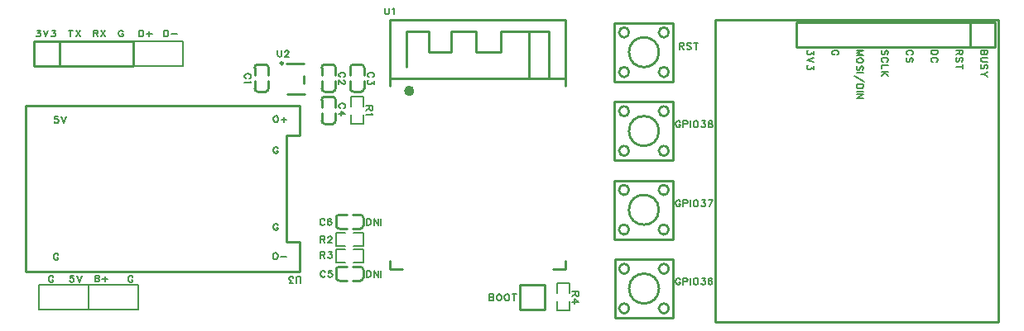
<source format=gto>
G04 Layer: TopSilkscreenLayer*
G04 EasyEDA Pro v2.0.25.bcaee6, 2025-12-15 15:41:01*
G04 Gerber Generator version 0.3*
G04 Scale: 100 percent, Rotated: No, Reflected: No*
G04 Dimensions in millimeters*
G04 Leading zeros omitted, absolute positions, 3 integers and 3 decimals*
%FSLAX33Y33*%
%MOMM*%
%ADD10C,0.152*%
%ADD11C,0.152*%
%ADD12C,0.254*%
%ADD13C,0.203*%
%ADD14C,0.203*%
G75*


G04 Text Start*
G04 //text: G*
G54D10*
G01X2827Y-91415D02*
G01X2797Y-91351D01*
G01X2733Y-91290D01*
G01X2672Y-91260D01*
G01X2548D01*
G01X2487Y-91290D01*
G01X2423Y-91351D01*
G01X2393Y-91415D01*
G01X2362Y-91506D01*
G01Y-91661D01*
G01X2393Y-91755D01*
G01X2423Y-91816D01*
G01X2487Y-91879D01*
G01X2548Y-91910D01*
G01X2672D01*
G01X2733Y-91879D01*
G01X2797Y-91816D01*
G01X2827Y-91755D01*
G01Y-91661D01*
G01X2672Y-91661D02*
G01X2827Y-91661D01*
G04 //text: 5V*
G01X4892Y-91260D02*
G01X4582Y-91260D01*
G01X4552Y-91537D01*
G01X4582Y-91506D01*
G01X4676Y-91476D01*
G01X4768D01*
G01X4862Y-91506D01*
G01X4923Y-91570D01*
G01X4956Y-91661D01*
G01Y-91724D01*
G01X4923Y-91816D01*
G01X4862Y-91879D01*
G01X4768Y-91910D01*
G01X4676D01*
G01X4582Y-91879D01*
G01X4552Y-91846D01*
G01X4521Y-91785D01*
G01X5255Y-91260D02*
G01X5504Y-91910D01*
G01X5751Y-91260D02*
G01X5504Y-91910D01*
G04 //text: B+*
G01X7089Y-91236D02*
G01X7089Y-91886D01*
G01X7089Y-91236D02*
G01X7369Y-91236D01*
G01X7460Y-91267D01*
G01X7490Y-91297D01*
G01X7523Y-91358D01*
G01Y-91421D01*
G01X7490Y-91482D01*
G01X7460Y-91513D01*
G01X7369Y-91546D01*
G01X7089Y-91546D02*
G01X7369Y-91546D01*
G01X7460Y-91576D01*
G01X7490Y-91607D01*
G01X7523Y-91668D01*
G01Y-91762D01*
G01X7490Y-91823D01*
G01X7460Y-91856D01*
G01X7369Y-91886D01*
G01X7089D01*
G01X8103Y-91328D02*
G01X8103Y-91886D01*
G01X7823Y-91607D02*
G01X8379Y-91607D01*
G04 //text: G*
G01X10955Y-91415D02*
G01X10925Y-91351D01*
G01X10861Y-91290D01*
G01X10800Y-91260D01*
G01X10676D01*
G01X10615Y-91290D01*
G01X10551Y-91351D01*
G01X10521Y-91415D01*
G01X10490Y-91506D01*
G01Y-91661D01*
G01X10521Y-91755D01*
G01X10551Y-91816D01*
G01X10615Y-91879D01*
G01X10676Y-91910D01*
G01X10800D01*
G01X10861Y-91879D01*
G01X10925Y-91816D01*
G01X10955Y-91755D01*
G01Y-91661D01*
G01X10800Y-91661D02*
G01X10955Y-91661D01*
G04 //text: O+*
G01X25535Y-74877D02*
G01X25474Y-74907D01*
G01X25410Y-74968D01*
G01X25380Y-75032D01*
G01X25349Y-75123D01*
G01Y-75278D01*
G01X25380Y-75372D01*
G01X25410Y-75433D01*
G01X25474Y-75496D01*
G01X25535Y-75527D01*
G01X25659D01*
G01X25720Y-75496D01*
G01X25784Y-75433D01*
G01X25814Y-75372D01*
G01X25845Y-75278D01*
G01Y-75123D01*
G01X25814Y-75032D01*
G01X25784Y-74968D01*
G01X25720Y-74907D01*
G01X25659Y-74877D01*
G01X25535D01*
G01X26424Y-74968D02*
G01X26424Y-75527D01*
G01X26144Y-75247D02*
G01X26703Y-75247D01*
G04 //text: O-*
G01X25482Y-88930D02*
G01X25421Y-88960D01*
G01X25357Y-89021D01*
G01X25327Y-89085D01*
G01X25296Y-89176D01*
G01Y-89331D01*
G01X25327Y-89425D01*
G01X25357Y-89486D01*
G01X25421Y-89549D01*
G01X25482Y-89580D01*
G01X25606D01*
G01X25667Y-89549D01*
G01X25731Y-89486D01*
G01X25761Y-89425D01*
G01X25791Y-89331D01*
G01Y-89176D01*
G01X25761Y-89085D01*
G01X25731Y-89021D01*
G01X25667Y-88960D01*
G01X25606Y-88930D01*
G01X25482D01*
G01X26091Y-89300D02*
G01X26650Y-89300D01*
G04 //text: G*
G01X9967Y-66245D02*
G01X9936Y-66182D01*
G01X9873Y-66121D01*
G01X9812Y-66090D01*
G01X9688D01*
G01X9627Y-66121D01*
G01X9563Y-66182D01*
G01X9533Y-66245D01*
G01X9502Y-66336D01*
G01Y-66491D01*
G01X9533Y-66585D01*
G01X9563Y-66646D01*
G01X9627Y-66710D01*
G01X9688Y-66740D01*
G01X9812D01*
G01X9873Y-66710D01*
G01X9936Y-66646D01*
G01X9967Y-66585D01*
G01Y-66491D01*
G01X9812Y-66491D02*
G01X9967Y-66491D01*
G04 //text: 3V3*
G01X1153Y-66090D02*
G01X1494Y-66090D01*
G01X1308Y-66336D01*
G01X1402D01*
G01X1463Y-66367D01*
G01X1494Y-66400D01*
G01X1527Y-66491D01*
G01Y-66555D01*
G01X1494Y-66646D01*
G01X1433Y-66710D01*
G01X1339Y-66740D01*
G01X1247D01*
G01X1153Y-66710D01*
G01X1123Y-66677D01*
G01X1092Y-66616D01*
G01X1826Y-66090D02*
G01X2075Y-66740D01*
G01X2322Y-66090D02*
G01X2075Y-66740D01*
G01X2685Y-66090D02*
G01X3025Y-66090D01*
G01X2840Y-66336D01*
G01X2931D01*
G01X2995Y-66367D01*
G01X3025Y-66400D01*
G01X3056Y-66491D01*
G01Y-66555D01*
G01X3025Y-66646D01*
G01X2964Y-66710D01*
G01X2870Y-66740D01*
G01X2776D01*
G01X2685Y-66710D01*
G01X2654Y-66677D01*
G01X2621Y-66616D01*
G04 //text: TX*
G01X4610Y-66090D02*
G01X4610Y-66740D01*
G01X4394Y-66090D02*
G01X4829Y-66090D01*
G01X5128Y-66090D02*
G01X5563Y-66740D01*
G01X5563Y-66090D02*
G01X5128Y-66740D01*
G04 //text: RX*
G01X6962Y-66090D02*
G01X6962Y-66740D01*
G01X6962Y-66090D02*
G01X7242Y-66090D01*
G01X7333Y-66121D01*
G01X7363Y-66151D01*
G01X7396Y-66212D01*
G01Y-66275D01*
G01X7363Y-66336D01*
G01X7333Y-66367D01*
G01X7242Y-66400D01*
G01X6962D01*
G01X7178Y-66400D02*
G01X7396Y-66740D01*
G01X7696Y-66090D02*
G01X8131Y-66740D01*
G01X8131Y-66090D02*
G01X7696Y-66740D01*
G04 //text: D+*
G01X11633Y-66090D02*
G01X11633Y-66740D01*
G01X11633Y-66090D02*
G01X11849Y-66090D01*
G01X11943Y-66121D01*
G01X12004Y-66182D01*
G01X12035Y-66245D01*
G01X12068Y-66336D01*
G01Y-66491D01*
G01X12035Y-66585D01*
G01X12004Y-66646D01*
G01X11943Y-66710D01*
G01X11849Y-66740D01*
G01X11633D01*
G01X12647Y-66182D02*
G01X12647Y-66740D01*
G01X12367Y-66461D02*
G01X12924Y-66461D01*
G04 //text: D-*
G01X14173Y-66090D02*
G01X14173Y-66740D01*
G01X14173Y-66090D02*
G01X14389Y-66090D01*
G01X14483Y-66121D01*
G01X14544Y-66182D01*
G01X14575Y-66245D01*
G01X14608Y-66336D01*
G01Y-66491D01*
G01X14575Y-66585D01*
G01X14544Y-66646D01*
G01X14483Y-66710D01*
G01X14389Y-66740D01*
G01X14173D01*
G01X14907Y-66461D02*
G01X15464Y-66461D01*
G04 //text: G*
G01X25814Y-86081D02*
G01X25784Y-86017D01*
G01X25720Y-85956D01*
G01X25659Y-85926D01*
G01X25535D01*
G01X25474Y-85956D01*
G01X25410Y-86017D01*
G01X25380Y-86081D01*
G01X25349Y-86172D01*
G01Y-86327D01*
G01X25380Y-86421D01*
G01X25410Y-86482D01*
G01X25474Y-86545D01*
G01X25535Y-86576D01*
G01X25659D01*
G01X25720Y-86545D01*
G01X25784Y-86482D01*
G01X25814Y-86421D01*
G01Y-86327D01*
G01X25659Y-86327D02*
G01X25814Y-86327D01*
G04 //text: G*
G01X25814Y-78207D02*
G01X25784Y-78143D01*
G01X25720Y-78082D01*
G01X25659Y-78052D01*
G01X25535D01*
G01X25474Y-78082D01*
G01X25410Y-78143D01*
G01X25380Y-78207D01*
G01X25349Y-78298D01*
G01Y-78453D01*
G01X25380Y-78547D01*
G01X25410Y-78608D01*
G01X25474Y-78671D01*
G01X25535Y-78702D01*
G01X25659D01*
G01X25720Y-78671D01*
G01X25784Y-78608D01*
G01X25814Y-78547D01*
G01Y-78453D01*
G01X25659Y-78453D02*
G01X25814Y-78453D01*
G04 //text: G*
G01X3335Y-89129D02*
G01X3305Y-89065D01*
G01X3241Y-89004D01*
G01X3180Y-88974D01*
G01X3056D01*
G01X2995Y-89004D01*
G01X2931Y-89065D01*
G01X2901Y-89129D01*
G01X2870Y-89220D01*
G01Y-89375D01*
G01X2901Y-89469D01*
G01X2931Y-89530D01*
G01X2995Y-89593D01*
G01X3056Y-89624D01*
G01X3180D01*
G01X3241Y-89593D01*
G01X3305Y-89530D01*
G01X3335Y-89469D01*
G01Y-89375D01*
G01X3180Y-89375D02*
G01X3335Y-89375D01*
G04 //text: 5V*
G01X3312Y-74940D02*
G01X3002Y-74940D01*
G01X2972Y-75217D01*
G01X3002Y-75187D01*
G01X3096Y-75156D01*
G01X3188D01*
G01X3282Y-75187D01*
G01X3343Y-75250D01*
G01X3376Y-75341D01*
G01Y-75405D01*
G01X3343Y-75496D01*
G01X3282Y-75560D01*
G01X3188Y-75590D01*
G01X3096D01*
G01X3002Y-75560D01*
G01X2972Y-75527D01*
G01X2941Y-75466D01*
G01X3675Y-74940D02*
G01X3924Y-75590D01*
G01X4171Y-74940D02*
G01X3924Y-75590D01*
G04 //text: BOOT*
G01X47447Y-93165D02*
G01X47447Y-93815D01*
G01X47447Y-93165D02*
G01X47727Y-93165D01*
G01X47818Y-93195D01*
G01X47849Y-93226D01*
G01X47882Y-93287D01*
G01Y-93350D01*
G01X47849Y-93411D01*
G01X47818Y-93442D01*
G01X47727Y-93475D01*
G01X47447Y-93475D02*
G01X47727Y-93475D01*
G01X47818Y-93505D01*
G01X47849Y-93535D01*
G01X47882Y-93596D01*
G01Y-93690D01*
G01X47849Y-93751D01*
G01X47818Y-93784D01*
G01X47727Y-93815D01*
G01X47447D01*
G01X48367Y-93165D02*
G01X48306Y-93195D01*
G01X48242Y-93256D01*
G01X48212Y-93320D01*
G01X48181Y-93411D01*
G01Y-93566D01*
G01X48212Y-93660D01*
G01X48242Y-93721D01*
G01X48306Y-93784D01*
G01X48367Y-93815D01*
G01X48491D01*
G01X48552Y-93784D01*
G01X48616Y-93721D01*
G01X48646Y-93660D01*
G01X48677Y-93566D01*
G01Y-93411D01*
G01X48646Y-93320D01*
G01X48616Y-93256D01*
G01X48552Y-93195D01*
G01X48491Y-93165D01*
G01X48367D01*
G01X49164Y-93165D02*
G01X49101Y-93195D01*
G01X49040Y-93256D01*
G01X49009Y-93320D01*
G01X48976Y-93411D01*
G01Y-93566D01*
G01X49009Y-93660D01*
G01X49040Y-93721D01*
G01X49101Y-93784D01*
G01X49164Y-93815D01*
G01X49286D01*
G01X49350Y-93784D01*
G01X49411Y-93721D01*
G01X49441Y-93660D01*
G01X49474Y-93566D01*
G01Y-93411D01*
G01X49441Y-93320D01*
G01X49411Y-93256D01*
G01X49350Y-93195D01*
G01X49286Y-93165D01*
G01X49164D01*
G01X49990Y-93165D02*
G01X49990Y-93815D01*
G01X49774Y-93165D02*
G01X50208Y-93165D01*
G04 //text: DNI*
G54D11*
G01X34874Y-90752D02*
G01X34874Y-91402D01*
G01X34874Y-90752D02*
G01X35090Y-90752D01*
G01X35184Y-90782D01*
G01X35245Y-90843D01*
G01X35276Y-90907D01*
G01X35309Y-90998D01*
G01Y-91153D01*
G01X35276Y-91247D01*
G01X35245Y-91308D01*
G01X35184Y-91371D01*
G01X35090Y-91402D01*
G01X34874D01*
G01X35608Y-90752D02*
G01X35608Y-91402D01*
G01X35608Y-90752D02*
G01X36043Y-91402D01*
G01X36043Y-90752D02*
G01X36043Y-91402D01*
G01X36342Y-90752D02*
G01X36342Y-91402D01*
G04 //text: DNI*
G01X34874Y-85418D02*
G01X34874Y-86068D01*
G01X34874Y-85418D02*
G01X35090Y-85418D01*
G01X35184Y-85448D01*
G01X35245Y-85509D01*
G01X35276Y-85573D01*
G01X35309Y-85664D01*
G01Y-85819D01*
G01X35276Y-85913D01*
G01X35245Y-85974D01*
G01X35184Y-86037D01*
G01X35090Y-86068D01*
G01X34874D01*
G01X35608Y-85418D02*
G01X35608Y-86068D01*
G01X35608Y-85418D02*
G01X36043Y-86068D01*
G01X36043Y-85418D02*
G01X36043Y-86068D01*
G01X36342Y-85418D02*
G01X36342Y-86068D01*
G04 //text: GPIO38*
G54D10*
G01X66962Y-75540D02*
G01X66932Y-75476D01*
G01X66868Y-75415D01*
G01X66807Y-75385D01*
G01X66683D01*
G01X66622Y-75415D01*
G01X66558Y-75476D01*
G01X66528Y-75540D01*
G01X66497Y-75631D01*
G01Y-75786D01*
G01X66528Y-75880D01*
G01X66558Y-75941D01*
G01X66622Y-76004D01*
G01X66683Y-76035D01*
G01X66807D01*
G01X66868Y-76004D01*
G01X66932Y-75941D01*
G01X66962Y-75880D01*
G01Y-75786D01*
G01X66807Y-75786D02*
G01X66962Y-75786D01*
G01X67262Y-75385D02*
G01X67262Y-76035D01*
G01X67262Y-75385D02*
G01X67541Y-75385D01*
G01X67633Y-75415D01*
G01X67666Y-75446D01*
G01X67696Y-75507D01*
G01Y-75601D01*
G01X67666Y-75662D01*
G01X67633Y-75695D01*
G01X67541Y-75725D01*
G01X67262D01*
G01X67996Y-75385D02*
G01X67996Y-76035D01*
G01X68483Y-75385D02*
G01X68420Y-75415D01*
G01X68359Y-75476D01*
G01X68329Y-75540D01*
G01X68298Y-75631D01*
G01Y-75786D01*
G01X68329Y-75880D01*
G01X68359Y-75941D01*
G01X68420Y-76004D01*
G01X68483Y-76035D01*
G01X68608D01*
G01X68669Y-76004D01*
G01X68730Y-75941D01*
G01X68760Y-75880D01*
G01X68793Y-75786D01*
G01Y-75631D01*
G01X68760Y-75540D01*
G01X68730Y-75476D01*
G01X68669Y-75415D01*
G01X68608Y-75385D01*
G01X68483D01*
G01X69154Y-75385D02*
G01X69497Y-75385D01*
G01X69309Y-75631D01*
G01X69403D01*
G01X69464Y-75662D01*
G01X69497Y-75695D01*
G01X69527Y-75786D01*
G01Y-75849D01*
G01X69497Y-75941D01*
G01X69433Y-76004D01*
G01X69342Y-76035D01*
G01X69248D01*
G01X69154Y-76004D01*
G01X69124Y-75971D01*
G01X69093Y-75910D01*
G01X69982Y-75385D02*
G01X69888Y-75415D01*
G01X69858Y-75476D01*
G01Y-75540D01*
G01X69888Y-75601D01*
G01X69952Y-75631D01*
G01X70076Y-75662D01*
G01X70168Y-75695D01*
G01X70231Y-75755D01*
G01X70261Y-75816D01*
G01Y-75910D01*
G01X70231Y-75971D01*
G01X70198Y-76004D01*
G01X70107Y-76035D01*
G01X69982D01*
G01X69888Y-76004D01*
G01X69858Y-75971D01*
G01X69827Y-75910D01*
G01Y-75816D01*
G01X69858Y-75755D01*
G01X69921Y-75695D01*
G01X70013Y-75662D01*
G01X70137Y-75631D01*
G01X70198Y-75601D01*
G01X70231Y-75540D01*
G01Y-75476D01*
G01X70198Y-75415D01*
G01X70107Y-75385D01*
G01X69982D01*
G04 //text: GPIO37*
G01X66962Y-83668D02*
G01X66932Y-83604D01*
G01X66868Y-83543D01*
G01X66807Y-83513D01*
G01X66683D01*
G01X66622Y-83543D01*
G01X66558Y-83604D01*
G01X66528Y-83668D01*
G01X66497Y-83759D01*
G01Y-83914D01*
G01X66528Y-84008D01*
G01X66558Y-84069D01*
G01X66622Y-84132D01*
G01X66683Y-84163D01*
G01X66807D01*
G01X66868Y-84132D01*
G01X66932Y-84069D01*
G01X66962Y-84008D01*
G01Y-83914D01*
G01X66807Y-83914D02*
G01X66962Y-83914D01*
G01X67262Y-83513D02*
G01X67262Y-84163D01*
G01X67262Y-83513D02*
G01X67541Y-83513D01*
G01X67633Y-83543D01*
G01X67666Y-83574D01*
G01X67696Y-83635D01*
G01Y-83729D01*
G01X67666Y-83790D01*
G01X67633Y-83823D01*
G01X67541Y-83853D01*
G01X67262D01*
G01X67996Y-83513D02*
G01X67996Y-84163D01*
G01X68483Y-83513D02*
G01X68420Y-83543D01*
G01X68359Y-83604D01*
G01X68329Y-83668D01*
G01X68298Y-83759D01*
G01Y-83914D01*
G01X68329Y-84008D01*
G01X68359Y-84069D01*
G01X68420Y-84132D01*
G01X68483Y-84163D01*
G01X68608D01*
G01X68669Y-84132D01*
G01X68730Y-84069D01*
G01X68760Y-84008D01*
G01X68793Y-83914D01*
G01Y-83759D01*
G01X68760Y-83668D01*
G01X68730Y-83604D01*
G01X68669Y-83543D01*
G01X68608Y-83513D01*
G01X68483D01*
G01X69154Y-83513D02*
G01X69497Y-83513D01*
G01X69309Y-83759D01*
G01X69403D01*
G01X69464Y-83790D01*
G01X69497Y-83823D01*
G01X69527Y-83914D01*
G01Y-83977D01*
G01X69497Y-84069D01*
G01X69433Y-84132D01*
G01X69342Y-84163D01*
G01X69248D01*
G01X69154Y-84132D01*
G01X69124Y-84099D01*
G01X69093Y-84038D01*
G01X70261Y-83513D02*
G01X69952Y-84163D01*
G01X69827Y-83513D02*
G01X70261Y-83513D01*
G04 //text: GPIO36*
G01X66962Y-91669D02*
G01X66932Y-91605D01*
G01X66868Y-91544D01*
G01X66807Y-91514D01*
G01X66683D01*
G01X66622Y-91544D01*
G01X66558Y-91605D01*
G01X66528Y-91669D01*
G01X66497Y-91760D01*
G01Y-91915D01*
G01X66528Y-92009D01*
G01X66558Y-92070D01*
G01X66622Y-92133D01*
G01X66683Y-92164D01*
G01X66807D01*
G01X66868Y-92133D01*
G01X66932Y-92070D01*
G01X66962Y-92009D01*
G01Y-91915D01*
G01X66807Y-91915D02*
G01X66962Y-91915D01*
G01X67262Y-91514D02*
G01X67262Y-92164D01*
G01X67262Y-91514D02*
G01X67541Y-91514D01*
G01X67633Y-91544D01*
G01X67666Y-91575D01*
G01X67696Y-91636D01*
G01Y-91730D01*
G01X67666Y-91791D01*
G01X67633Y-91824D01*
G01X67541Y-91854D01*
G01X67262D01*
G01X67996Y-91514D02*
G01X67996Y-92164D01*
G01X68483Y-91514D02*
G01X68420Y-91544D01*
G01X68359Y-91605D01*
G01X68329Y-91669D01*
G01X68298Y-91760D01*
G01Y-91915D01*
G01X68329Y-92009D01*
G01X68359Y-92070D01*
G01X68420Y-92133D01*
G01X68483Y-92164D01*
G01X68608D01*
G01X68669Y-92133D01*
G01X68730Y-92070D01*
G01X68760Y-92009D01*
G01X68793Y-91915D01*
G01Y-91760D01*
G01X68760Y-91669D01*
G01X68730Y-91605D01*
G01X68669Y-91544D01*
G01X68608Y-91514D01*
G01X68483D01*
G01X69154Y-91514D02*
G01X69497Y-91514D01*
G01X69309Y-91760D01*
G01X69403D01*
G01X69464Y-91791D01*
G01X69497Y-91824D01*
G01X69527Y-91915D01*
G01Y-91978D01*
G01X69497Y-92070D01*
G01X69433Y-92133D01*
G01X69342Y-92164D01*
G01X69248D01*
G01X69154Y-92133D01*
G01X69124Y-92100D01*
G01X69093Y-92039D01*
G01X70198Y-91605D02*
G01X70168Y-91544D01*
G01X70076Y-91514D01*
G01X70013D01*
G01X69921Y-91544D01*
G01X69858Y-91636D01*
G01X69827Y-91791D01*
G01Y-91945D01*
G01X69858Y-92070D01*
G01X69921Y-92133D01*
G01X70013Y-92164D01*
G01X70043D01*
G01X70137Y-92133D01*
G01X70198Y-92070D01*
G01X70231Y-91978D01*
G01Y-91945D01*
G01X70198Y-91854D01*
G01X70137Y-91791D01*
G01X70043Y-91760D01*
G01X70013D01*
G01X69921Y-91791D01*
G01X69858Y-91854D01*
G01X69827Y-91945D01*
G04 //text: 3V3*
G01X80571Y-68209D02*
G01X80571Y-68550D01*
G01X80325Y-68364D01*
G01Y-68458D01*
G01X80294Y-68519D01*
G01X80261Y-68550D01*
G01X80170Y-68583D01*
G01X80107D01*
G01X80015Y-68550D01*
G01X79952Y-68489D01*
G01X79921Y-68395D01*
G01Y-68303D01*
G01X79952Y-68209D01*
G01X79985Y-68179D01*
G01X80046Y-68148D01*
G01X80571Y-68882D02*
G01X79921Y-69131D01*
G01X80571Y-69378D02*
G01X79921Y-69131D01*
G01X80571Y-69741D02*
G01X80571Y-70081D01*
G01X80325Y-69896D01*
G01Y-69987D01*
G01X80294Y-70051D01*
G01X80261Y-70081D01*
G01X80170Y-70112D01*
G01X80107D01*
G01X80015Y-70081D01*
G01X79952Y-70020D01*
G01X79921Y-69926D01*
G01Y-69832D01*
G01X79952Y-69741D01*
G01X79985Y-69710D01*
G01X80046Y-69677D01*
G04 //text: G*
G01X82956Y-68613D02*
G01X83020Y-68583D01*
G01X83081Y-68519D01*
G01X83111Y-68458D01*
G01Y-68334D01*
G01X83081Y-68273D01*
G01X83020Y-68209D01*
G01X82956Y-68179D01*
G01X82865Y-68148D01*
G01X82710D01*
G01X82616Y-68179D01*
G01X82555Y-68209D01*
G01X82492Y-68273D01*
G01X82461Y-68334D01*
G01Y-68458D01*
G01X82492Y-68519D01*
G01X82555Y-68583D01*
G01X82616Y-68613D01*
G01X82710D01*
G01X82710Y-68458D02*
G01X82710Y-68613D01*
G04 //text: MOSI/DIN*
G01X85651Y-68148D02*
G01X85001Y-68148D01*
G01X85651Y-68148D02*
G01X85001Y-68395D01*
G01X85651Y-68643D02*
G01X85001Y-68395D01*
G01X85651Y-68643D02*
G01X85001Y-68643D01*
G01X85651Y-69131D02*
G01X85621Y-69068D01*
G01X85560Y-69007D01*
G01X85496Y-68976D01*
G01X85405Y-68943D01*
G01X85250D01*
G01X85156Y-68976D01*
G01X85095Y-69007D01*
G01X85032Y-69068D01*
G01X85001Y-69131D01*
G01Y-69253D01*
G01X85032Y-69317D01*
G01X85095Y-69378D01*
G01X85156Y-69408D01*
G01X85250Y-69439D01*
G01X85405D01*
G01X85496Y-69408D01*
G01X85560Y-69378D01*
G01X85621Y-69317D01*
G01X85651Y-69253D01*
G01Y-69131D01*
G01X85560Y-70175D02*
G01X85621Y-70112D01*
G01X85651Y-70020D01*
G01Y-69896D01*
G01X85621Y-69802D01*
G01X85560Y-69741D01*
G01X85496D01*
G01X85435Y-69771D01*
G01X85405Y-69802D01*
G01X85374Y-69865D01*
G01X85311Y-70051D01*
G01X85281Y-70112D01*
G01X85250Y-70142D01*
G01X85187Y-70175D01*
G01X85095D01*
G01X85032Y-70112D01*
G01X85001Y-70020D01*
G01Y-69896D01*
G01X85032Y-69802D01*
G01X85095Y-69741D01*
G01X85651Y-70475D02*
G01X85001Y-70475D01*
G01X85776Y-71333D02*
G01X84785Y-70775D01*
G01X85651Y-71633D02*
G01X85001Y-71633D01*
G01X85651Y-71633D02*
G01X85651Y-71849D01*
G01X85621Y-71943D01*
G01X85560Y-72004D01*
G01X85496Y-72037D01*
G01X85405Y-72067D01*
G01X85250D01*
G01X85156Y-72037D01*
G01X85095Y-72004D01*
G01X85032Y-71943D01*
G01X85001Y-71849D01*
G01Y-71633D01*
G01X85651Y-72367D02*
G01X85001Y-72367D01*
G01X85651Y-72667D02*
G01X85001Y-72667D01*
G01X85651Y-72667D02*
G01X85001Y-73101D01*
G01X85651Y-73101D02*
G01X85001Y-73101D01*
G04 //text: SCLK*
G01X88100Y-68583D02*
G01X88161Y-68519D01*
G01X88191Y-68428D01*
G01Y-68303D01*
G01X88161Y-68209D01*
G01X88100Y-68148D01*
G01X88036D01*
G01X87975Y-68179D01*
G01X87945Y-68209D01*
G01X87914Y-68273D01*
G01X87851Y-68458D01*
G01X87821Y-68519D01*
G01X87790Y-68550D01*
G01X87727Y-68583D01*
G01X87635D01*
G01X87572Y-68519D01*
G01X87541Y-68428D01*
G01Y-68303D01*
G01X87572Y-68209D01*
G01X87635Y-68148D01*
G01X88036Y-69347D02*
G01X88100Y-69317D01*
G01X88161Y-69253D01*
G01X88191Y-69192D01*
G01Y-69068D01*
G01X88161Y-69007D01*
G01X88100Y-68943D01*
G01X88036Y-68913D01*
G01X87945Y-68882D01*
G01X87790D01*
G01X87696Y-68913D01*
G01X87635Y-68943D01*
G01X87572Y-69007D01*
G01X87541Y-69068D01*
G01Y-69192D01*
G01X87572Y-69253D01*
G01X87635Y-69317D01*
G01X87696Y-69347D01*
G01X88191Y-69647D02*
G01X87541Y-69647D01*
G01X87541Y-69647D02*
G01X87541Y-70020D01*
G01X88191Y-70320D02*
G01X87541Y-70320D01*
G01X88191Y-70754D02*
G01X87760Y-70320D01*
G01X87914Y-70475D02*
G01X87541Y-70754D01*
G04 //text: CS*
G01X90576Y-68613D02*
G01X90640Y-68583D01*
G01X90701Y-68519D01*
G01X90731Y-68458D01*
G01Y-68334D01*
G01X90701Y-68273D01*
G01X90640Y-68209D01*
G01X90576Y-68179D01*
G01X90485Y-68148D01*
G01X90330D01*
G01X90236Y-68179D01*
G01X90175Y-68209D01*
G01X90112Y-68273D01*
G01X90081Y-68334D01*
G01Y-68458D01*
G01X90112Y-68519D01*
G01X90175Y-68583D01*
G01X90236Y-68613D01*
G01X90640Y-69347D02*
G01X90701Y-69284D01*
G01X90731Y-69192D01*
G01Y-69068D01*
G01X90701Y-68976D01*
G01X90640Y-68913D01*
G01X90576D01*
G01X90515Y-68943D01*
G01X90485Y-68976D01*
G01X90454Y-69037D01*
G01X90391Y-69223D01*
G01X90361Y-69284D01*
G01X90330Y-69317D01*
G01X90267Y-69347D01*
G01X90175D01*
G01X90112Y-69284D01*
G01X90081Y-69192D01*
G01Y-69068D01*
G01X90112Y-68976D01*
G01X90175Y-68913D01*
G04 //text: DC*
G01X93271Y-68148D02*
G01X92621Y-68148D01*
G01X93271Y-68148D02*
G01X93271Y-68364D01*
G01X93241Y-68458D01*
G01X93180Y-68519D01*
G01X93116Y-68550D01*
G01X93025Y-68583D01*
G01X92870D01*
G01X92776Y-68550D01*
G01X92715Y-68519D01*
G01X92652Y-68458D01*
G01X92621Y-68364D01*
G01Y-68148D01*
G01X93116Y-69347D02*
G01X93180Y-69317D01*
G01X93241Y-69253D01*
G01X93271Y-69192D01*
G01Y-69068D01*
G01X93241Y-69007D01*
G01X93180Y-68943D01*
G01X93116Y-68913D01*
G01X93025Y-68882D01*
G01X92870D01*
G01X92776Y-68913D01*
G01X92715Y-68943D01*
G01X92652Y-69007D01*
G01X92621Y-69068D01*
G01Y-69192D01*
G01X92652Y-69253D01*
G01X92715Y-69317D01*
G01X92776Y-69347D01*
G04 //text: RST*
G01X95811Y-68148D02*
G01X95161Y-68148D01*
G01X95811Y-68148D02*
G01X95811Y-68428D01*
G01X95781Y-68519D01*
G01X95750Y-68550D01*
G01X95689Y-68583D01*
G01X95626D01*
G01X95565Y-68550D01*
G01X95534Y-68519D01*
G01X95501Y-68428D01*
G01Y-68148D01*
G01X95501Y-68364D02*
G01X95161Y-68583D01*
G01X95720Y-69317D02*
G01X95781Y-69253D01*
G01X95811Y-69162D01*
G01Y-69037D01*
G01X95781Y-68943D01*
G01X95720Y-68882D01*
G01X95656D01*
G01X95595Y-68913D01*
G01X95565Y-68943D01*
G01X95534Y-69007D01*
G01X95471Y-69192D01*
G01X95441Y-69253D01*
G01X95410Y-69284D01*
G01X95347Y-69317D01*
G01X95255D01*
G01X95192Y-69253D01*
G01X95161Y-69162D01*
G01Y-69037D01*
G01X95192Y-68943D01*
G01X95255Y-68882D01*
G01X95811Y-69832D02*
G01X95161Y-69832D01*
G01X95811Y-69616D02*
G01X95811Y-70051D01*
G04 //text: BUSY*
G01X98351Y-68148D02*
G01X97701Y-68148D01*
G01X98351Y-68148D02*
G01X98351Y-68428D01*
G01X98321Y-68519D01*
G01X98290Y-68550D01*
G01X98229Y-68583D01*
G01X98166D01*
G01X98105Y-68550D01*
G01X98074Y-68519D01*
G01X98041Y-68428D01*
G01X98041Y-68148D02*
G01X98041Y-68428D01*
G01X98011Y-68519D01*
G01X97981Y-68550D01*
G01X97920Y-68583D01*
G01X97826D01*
G01X97765Y-68550D01*
G01X97732Y-68519D01*
G01X97701Y-68428D01*
G01Y-68148D01*
G01X98351Y-68882D02*
G01X97887Y-68882D01*
G01X97795Y-68913D01*
G01X97732Y-68976D01*
G01X97701Y-69068D01*
G01Y-69131D01*
G01X97732Y-69223D01*
G01X97795Y-69284D01*
G01X97887Y-69317D01*
G01X98351D01*
G01X98260Y-70051D02*
G01X98321Y-69987D01*
G01X98351Y-69896D01*
G01Y-69771D01*
G01X98321Y-69677D01*
G01X98260Y-69616D01*
G01X98196D01*
G01X98135Y-69647D01*
G01X98105Y-69677D01*
G01X98074Y-69741D01*
G01X98011Y-69926D01*
G01X97981Y-69987D01*
G01X97950Y-70020D01*
G01X97887Y-70051D01*
G01X97795D01*
G01X97732Y-69987D01*
G01X97701Y-69896D01*
G01Y-69771D01*
G01X97732Y-69677D01*
G01X97795Y-69616D01*
G01X98351Y-70350D02*
G01X98041Y-70599D01*
G01X97701D01*
G01X98351Y-70846D02*
G01X98041Y-70599D01*
G04 //text: U1*
G54D11*
G01X36754Y-63816D02*
G01X36754Y-64281D01*
G01X36785Y-64372D01*
G01X36848Y-64435D01*
G01X36940Y-64466D01*
G01X37003D01*
G01X37095Y-64435D01*
G01X37155Y-64372D01*
G01X37188Y-64281D01*
G01Y-63816D01*
G01X37488Y-63940D02*
G01X37552Y-63907D01*
G01X37643Y-63816D01*
G01Y-64466D01*
G04 //text: U2*
G01X25772Y-68146D02*
G01X25772Y-68611D01*
G01X25802Y-68702D01*
G01X25865Y-68766D01*
G01X25957Y-68796D01*
G01X26020D01*
G01X26112Y-68766D01*
G01X26173Y-68702D01*
G01X26206Y-68611D01*
G01Y-68146D01*
G01X26536Y-68301D02*
G01X26536Y-68270D01*
G01X26569Y-68207D01*
G01X26600Y-68176D01*
G01X26661Y-68146D01*
G01X26785D01*
G01X26846Y-68176D01*
G01X26876Y-68207D01*
G01X26909Y-68270D01*
G01Y-68331D01*
G01X26876Y-68392D01*
G01X26815Y-68486D01*
G01X26506Y-68796D01*
G01X26940D01*
G04 //text: C1*
G01X22885Y-71026D02*
G01X22949Y-70996D01*
G01X23010Y-70932D01*
G01X23040Y-70871D01*
G01Y-70747D01*
G01X23010Y-70686D01*
G01X22949Y-70622D01*
G01X22885Y-70592D01*
G01X22794Y-70561D01*
G01X22639D01*
G01X22545Y-70592D01*
G01X22484Y-70622D01*
G01X22421Y-70686D01*
G01X22390Y-70747D01*
G01Y-70871D01*
G01X22421Y-70932D01*
G01X22484Y-70996D01*
G01X22545Y-71026D01*
G01X22916Y-71326D02*
G01X22949Y-71389D01*
G01X23040Y-71481D01*
G01X22390D01*
G04 //text: C2*
G01X32537Y-70898D02*
G01X32601Y-70868D01*
G01X32662Y-70804D01*
G01X32692Y-70743D01*
G01Y-70619D01*
G01X32662Y-70558D01*
G01X32601Y-70494D01*
G01X32537Y-70464D01*
G01X32446Y-70433D01*
G01X32291D01*
G01X32197Y-70464D01*
G01X32136Y-70494D01*
G01X32073Y-70558D01*
G01X32042Y-70619D01*
G01Y-70743D01*
G01X32073Y-70804D01*
G01X32136Y-70868D01*
G01X32197Y-70898D01*
G01X32537Y-71231D02*
G01X32568Y-71231D01*
G01X32631Y-71261D01*
G01X32662Y-71292D01*
G01X32692Y-71353D01*
G01Y-71477D01*
G01X32662Y-71538D01*
G01X32631Y-71571D01*
G01X32568Y-71602D01*
G01X32507D01*
G01X32446Y-71571D01*
G01X32352Y-71508D01*
G01X32042Y-71198D01*
G01Y-71632D01*
G04 //text: C3*
G01X35458Y-70899D02*
G01X35522Y-70869D01*
G01X35583Y-70805D01*
G01X35613Y-70744D01*
G01Y-70620D01*
G01X35583Y-70559D01*
G01X35522Y-70495D01*
G01X35458Y-70465D01*
G01X35367Y-70434D01*
G01X35212D01*
G01X35118Y-70465D01*
G01X35057Y-70495D01*
G01X34994Y-70559D01*
G01X34963Y-70620D01*
G01Y-70744D01*
G01X34994Y-70805D01*
G01X35057Y-70869D01*
G01X35118Y-70899D01*
G01X35613Y-71262D02*
G01X35613Y-71603D01*
G01X35367Y-71417D01*
G01Y-71509D01*
G01X35336Y-71572D01*
G01X35303Y-71603D01*
G01X35212Y-71633D01*
G01X35149D01*
G01X35057Y-71603D01*
G01X34994Y-71539D01*
G01X34963Y-71448D01*
G01Y-71354D01*
G01X34994Y-71262D01*
G01X35027Y-71232D01*
G01X35088Y-71199D01*
G04 //text: C4*
G01X32537Y-74074D02*
G01X32601Y-74044D01*
G01X32662Y-73980D01*
G01X32692Y-73919D01*
G01Y-73795D01*
G01X32662Y-73734D01*
G01X32601Y-73670D01*
G01X32537Y-73640D01*
G01X32446Y-73609D01*
G01X32291D01*
G01X32197Y-73640D01*
G01X32136Y-73670D01*
G01X32073Y-73734D01*
G01X32042Y-73795D01*
G01Y-73919D01*
G01X32073Y-73980D01*
G01X32136Y-74044D01*
G01X32197Y-74074D01*
G01X32692Y-74684D02*
G01X32261Y-74374D01*
G01Y-74839D01*
G01X32692Y-74684D02*
G01X32042Y-74684D01*
G04 //text: R1*
G01X35486Y-73863D02*
G01X34836Y-73863D01*
G01X35486Y-73863D02*
G01X35486Y-74143D01*
G01X35456Y-74234D01*
G01X35425Y-74265D01*
G01X35362Y-74298D01*
G01X35301D01*
G01X35240Y-74265D01*
G01X35209Y-74234D01*
G01X35176Y-74143D01*
G01Y-73863D01*
G01X35176Y-74079D02*
G01X34836Y-74298D01*
G01X35362Y-74597D02*
G01X35395Y-74661D01*
G01X35486Y-74752D01*
G01X34836D01*
G04 //text: R2*
G01X30174Y-87229D02*
G01X30174Y-87879D01*
G01X30174Y-87229D02*
G01X30453Y-87229D01*
G01X30545Y-87260D01*
G01X30575Y-87290D01*
G01X30608Y-87354D01*
G01Y-87415D01*
G01X30575Y-87475D01*
G01X30545Y-87506D01*
G01X30453Y-87539D01*
G01X30174D01*
G01X30390Y-87539D02*
G01X30608Y-87879D01*
G01X30938Y-87384D02*
G01X30938Y-87354D01*
G01X30971Y-87290D01*
G01X31002Y-87260D01*
G01X31063Y-87229D01*
G01X31187D01*
G01X31248Y-87260D01*
G01X31279Y-87290D01*
G01X31312Y-87354D01*
G01Y-87415D01*
G01X31279Y-87475D01*
G01X31218Y-87569D01*
G01X30908Y-87879D01*
G01X31342D01*
G04 //text: R3*
G01X30175Y-88823D02*
G01X30175Y-89473D01*
G01X30175Y-88823D02*
G01X30455Y-88823D01*
G01X30546Y-88854D01*
G01X30577Y-88884D01*
G01X30610Y-88948D01*
G01Y-89008D01*
G01X30577Y-89069D01*
G01X30546Y-89100D01*
G01X30455Y-89133D01*
G01X30175D01*
G01X30391Y-89133D02*
G01X30610Y-89473D01*
G01X30973Y-88823D02*
G01X31313Y-88823D01*
G01X31125Y-89069D01*
G01X31219D01*
G01X31280Y-89100D01*
G01X31313Y-89133D01*
G01X31344Y-89224D01*
G01Y-89288D01*
G01X31313Y-89379D01*
G01X31250Y-89443D01*
G01X31158Y-89473D01*
G01X31064D01*
G01X30973Y-89443D01*
G01X30940Y-89410D01*
G01X30909Y-89349D01*
G04 //text: C5*
G01X30639Y-90907D02*
G01X30608Y-90843D01*
G01X30545Y-90782D01*
G01X30484Y-90752D01*
G01X30359D01*
G01X30298Y-90782D01*
G01X30235Y-90843D01*
G01X30204Y-90907D01*
G01X30174Y-90998D01*
G01Y-91153D01*
G01X30204Y-91247D01*
G01X30235Y-91308D01*
G01X30298Y-91371D01*
G01X30359Y-91402D01*
G01X30484D01*
G01X30545Y-91371D01*
G01X30608Y-91308D01*
G01X30639Y-91247D01*
G01X31312Y-90752D02*
G01X31002Y-90752D01*
G01X30971Y-91029D01*
G01X31002Y-90998D01*
G01X31093Y-90968D01*
G01X31187D01*
G01X31279Y-90998D01*
G01X31342Y-91062D01*
G01X31373Y-91153D01*
G01Y-91216D01*
G01X31342Y-91308D01*
G01X31279Y-91371D01*
G01X31187Y-91402D01*
G01X31093D01*
G01X31002Y-91371D01*
G01X30971Y-91338D01*
G01X30938Y-91277D01*
G04 //text: C6*
G01X30588Y-85573D02*
G01X30557Y-85509D01*
G01X30494Y-85448D01*
G01X30433Y-85418D01*
G01X30308D01*
G01X30248Y-85448D01*
G01X30184Y-85509D01*
G01X30154Y-85573D01*
G01X30123Y-85664D01*
G01Y-85819D01*
G01X30154Y-85913D01*
G01X30184Y-85974D01*
G01X30248Y-86037D01*
G01X30308Y-86068D01*
G01X30433D01*
G01X30494Y-86037D01*
G01X30557Y-85974D01*
G01X30588Y-85913D01*
G01X31261Y-85509D02*
G01X31228Y-85448D01*
G01X31137Y-85418D01*
G01X31073D01*
G01X30982Y-85448D01*
G01X30921Y-85542D01*
G01X30888Y-85695D01*
G01Y-85849D01*
G01X30921Y-85974D01*
G01X30982Y-86037D01*
G01X31073Y-86068D01*
G01X31106D01*
G01X31197Y-86037D01*
G01X31261Y-85974D01*
G01X31291Y-85882D01*
G01Y-85849D01*
G01X31261Y-85758D01*
G01X31197Y-85695D01*
G01X31106Y-85664D01*
G01X31073D01*
G01X30982Y-85695D01*
G01X30921Y-85758D01*
G01X30888Y-85849D01*
G04 //text: R4*
G01X56568Y-92913D02*
G01X55918Y-92913D01*
G01X56568Y-92913D02*
G01X56568Y-93193D01*
G01X56538Y-93284D01*
G01X56507Y-93315D01*
G01X56444Y-93348D01*
G01X56383D01*
G01X56322Y-93315D01*
G01X56291Y-93284D01*
G01X56258Y-93193D01*
G01Y-92913D01*
G01X56258Y-93129D02*
G01X55918Y-93348D01*
G01X56568Y-93957D02*
G01X56137Y-93647D01*
G01Y-94112D01*
G01X56568Y-93957D02*
G01X55918Y-93957D01*
G04 //text: RST*
G01X66878Y-67384D02*
G01X66878Y-68034D01*
G01X66878Y-67384D02*
G01X67158Y-67384D01*
G01X67249Y-67414D01*
G01X67280Y-67445D01*
G01X67313Y-67508D01*
G01Y-67569D01*
G01X67280Y-67630D01*
G01X67249Y-67661D01*
G01X67158Y-67694D01*
G01X66878D01*
G01X67094Y-67694D02*
G01X67313Y-68034D01*
G01X68047Y-67475D02*
G01X67983Y-67414D01*
G01X67892Y-67384D01*
G01X67767D01*
G01X67676Y-67414D01*
G01X67612Y-67475D01*
G01Y-67539D01*
G01X67643Y-67600D01*
G01X67676Y-67630D01*
G01X67737Y-67661D01*
G01X67922Y-67724D01*
G01X67983Y-67754D01*
G01X68016Y-67785D01*
G01X68047Y-67848D01*
G01Y-67940D01*
G01X67983Y-68003D01*
G01X67892Y-68034D01*
G01X67767D01*
G01X67676Y-68003D01*
G01X67612Y-67940D01*
G01X68565Y-67384D02*
G01X68565Y-68034D01*
G01X68346Y-67384D02*
G01X68781Y-67384D01*
G04 //text: U3*
G01X28120Y-92004D02*
G01X28120Y-91539D01*
G01X28090Y-91448D01*
G01X28026Y-91384D01*
G01X27935Y-91354D01*
G01X27871D01*
G01X27780Y-91384D01*
G01X27719Y-91448D01*
G01X27686Y-91539D01*
G01Y-92004D01*
G01X27323Y-92004D02*
G01X26982Y-92004D01*
G01X27170Y-91757D01*
G01X27076D01*
G01X27015Y-91727D01*
G01X26982Y-91694D01*
G01X26952Y-91603D01*
G01Y-91539D01*
G01X26982Y-91448D01*
G01X27046Y-91384D01*
G01X27137Y-91354D01*
G01X27231D01*
G01X27323Y-91384D01*
G01X27356Y-91417D01*
G01X27386Y-91478D01*
G04 Text End*

G04 PolygonModel Start*
G54D12*
G01X53525Y-71052D02*
G01X53525Y-66167D01*
G01X53525Y-66167D02*
G01X51290Y-66167D01*
G01X51493Y-71052D02*
G01X51493Y-66167D01*
G01X51493Y-66167D02*
G01X48641Y-66167D01*
G01X48641Y-66167D02*
G01X48641Y-68326D01*
G01X48641Y-68326D02*
G01X46101Y-68326D01*
G01X46101Y-68326D02*
G01X46101Y-66167D01*
G01X46101Y-66167D02*
G01X43561Y-66167D01*
G01X43561Y-66167D02*
G01X43561Y-68326D01*
G01X43561Y-68326D02*
G01X41275Y-68326D01*
G01X41275Y-68326D02*
G01X41275Y-66167D01*
G01X41275Y-66167D02*
G01X38989Y-66167D01*
G01X38989Y-66167D02*
G01X38989Y-69850D01*
G01X37228Y-71052D02*
G01X55245Y-71052D01*
G01X55245Y-71831D02*
G01X55245Y-65024D01*
G01X53894Y-90551D02*
G01X55245Y-90551D01*
G01X55245Y-90551D02*
G01X55245Y-89703D01*
G01X37228Y-89703D02*
G01X37228Y-90551D01*
G01X37228Y-90551D02*
G01X38562Y-90551D01*
G01X37228Y-65012D02*
G01X37228Y-71831D01*
G01X55228Y-65012D02*
G01X37228Y-65012D01*
G36*
G01X38699Y-72307D02*
G02X39757Y-72307I529J0D01*
G02X38699I-529J0D01*
G37*
G01X28489Y-70739D02*
G01X28489Y-71539D01*
G01X28489Y-69469D02*
G01X26689Y-69469D01*
G01X28570Y-72642D02*
G01X26770Y-72642D01*
G01X23420Y-70712D02*
G01X23420Y-69912D01*
G01X23420Y-71272D02*
G01X23420Y-72072D01*
G01X24840Y-70712D02*
G01X24840Y-69912D01*
G01X24840Y-71272D02*
G01X24840Y-72072D01*
G01X23730Y-69602D02*
G01X24530Y-69602D01*
G01X24530Y-72382D02*
G01X23730Y-72382D01*
G01X24840Y-72072D02*
G02X24530Y-72382I-310J0D01*
G01X23730Y-72382D02*
G02X23420Y-72072I0J310D01*
G01X23420Y-69912D02*
G02X23730Y-69602I310J0D01*
G01X24530Y-69602D02*
G02X24840Y-69912I0J-310D01*
G01X31698Y-71272D02*
G01X31698Y-72072D01*
G01X31698Y-70712D02*
G01X31698Y-69912D01*
G01X30278Y-71272D02*
G01X30278Y-72072D01*
G01X30278Y-70712D02*
G01X30278Y-69912D01*
G01X31388Y-72382D02*
G01X30588Y-72382D01*
G01X30588Y-69602D02*
G01X31388Y-69602D01*
G01X30278Y-69912D02*
G02X30588Y-69602I310J0D01*
G01X31388Y-69602D02*
G02X31698Y-69912I0J-310D01*
G01X31698Y-72072D02*
G02X31388Y-72382I-310J0D01*
G01X30588Y-72382D02*
G02X30278Y-72072I0J310D01*
G01X34619Y-71273D02*
G01X34619Y-72073D01*
G01X34619Y-70713D02*
G01X34619Y-69913D01*
G01X33199Y-71273D02*
G01X33199Y-72073D01*
G01X33199Y-70713D02*
G01X33199Y-69913D01*
G01X34309Y-72383D02*
G01X33509Y-72383D01*
G01X33509Y-69603D02*
G01X34309Y-69603D01*
G01X33199Y-69913D02*
G02X33509Y-69603I310J0D01*
G01X34309Y-69603D02*
G02X34619Y-69913I0J-310D01*
G01X34619Y-72073D02*
G02X34309Y-72383I-310J0D01*
G01X33509Y-72383D02*
G02X33199Y-72073I0J310D01*
G01X30278Y-74015D02*
G01X30278Y-73215D01*
G01X30278Y-74575D02*
G01X30278Y-75375D01*
G01X31698Y-74015D02*
G01X31698Y-73215D01*
G01X31698Y-74575D02*
G01X31698Y-75375D01*
G01X30588Y-72905D02*
G01X31388Y-72905D01*
G01X31388Y-75685D02*
G01X30588Y-75685D01*
G01X31698Y-75375D02*
G02X31388Y-75685I-310J0D01*
G01X30588Y-75685D02*
G02X30278Y-75375I0J310D01*
G01X30278Y-73215D02*
G02X30588Y-72905I310J0D01*
G01X31388Y-72905D02*
G02X31698Y-73215I0J-310D01*
G54D11*
G01X34570Y-73869D02*
G01X34570Y-72910D01*
G01X34570Y-72910D02*
G01X33248Y-72910D01*
G01X33248Y-72910D02*
G01X33248Y-73869D01*
G01X34570Y-74721D02*
G01X34570Y-75680D01*
G01X34570Y-75680D02*
G01X33248Y-75680D01*
G01X33248Y-75680D02*
G01X33248Y-74721D01*
G01X33572Y-88197D02*
G01X34531Y-88197D01*
G01X34531Y-88197D02*
G01X34531Y-86876D01*
G01X34531Y-86876D02*
G01X33572Y-86876D01*
G01X32719Y-88197D02*
G01X31761Y-88197D01*
G01X31761Y-88197D02*
G01X31761Y-86876D01*
G01X31761Y-86876D02*
G01X32719Y-86876D01*
G01X33572Y-89908D02*
G01X34531Y-89908D01*
G01X34531Y-89908D02*
G01X34531Y-88587D01*
G01X34531Y-88587D02*
G01X33572Y-88587D01*
G01X32719Y-89908D02*
G01X31761Y-89908D01*
G01X31761Y-89908D02*
G01X31761Y-88587D01*
G01X31761Y-88587D02*
G01X32719Y-88587D01*
G54D13*
G01X16129Y-67183D02*
G01X16129Y-69723D01*
G01X16129Y-69723D02*
G01X11049Y-69723D01*
G01X11049Y-69723D02*
G01X11049Y-67183D01*
G01X11049Y-67183D02*
G01X12954Y-67183D01*
G54D14*
G01X16129Y-67183D02*
G01X12954Y-67183D01*
G54D12*
G01X33426Y-90349D02*
G01X34226Y-90349D01*
G01X32865Y-90349D02*
G01X32065Y-90349D01*
G01X33426Y-91769D02*
G01X34226Y-91769D01*
G01X32865Y-91769D02*
G01X32065Y-91769D01*
G01X34536Y-90659D02*
G01X34536Y-91459D01*
G01X31756Y-91459D02*
G01X31756Y-90659D01*
G01X32065Y-91769D02*
G02X31756Y-91459I0J310D01*
G01X31756Y-90659D02*
G02X32065Y-90349I310J0D01*
G01X34226Y-90349D02*
G02X34536Y-90659I0J-310D01*
G01X34536Y-91459D02*
G02X34226Y-91769I-310J0D01*
G01X33426Y-85015D02*
G01X34226Y-85015D01*
G01X32865Y-85015D02*
G01X32065Y-85015D01*
G01X33426Y-86435D02*
G01X34226Y-86435D01*
G01X32865Y-86435D02*
G01X32065Y-86435D01*
G01X34536Y-85325D02*
G01X34536Y-86125D01*
G01X31756Y-86125D02*
G01X31756Y-85325D01*
G01X32065Y-86435D02*
G02X31756Y-86125I0J310D01*
G01X31756Y-85325D02*
G02X32065Y-85015I310J0D01*
G01X34226Y-85015D02*
G02X34536Y-85325I0J-310D01*
G01X34536Y-86125D02*
G02X34226Y-86435I-310J0D01*
G54D11*
G01X54330Y-93869D02*
G01X54330Y-94827D01*
G01X54330Y-94827D02*
G01X55652Y-94827D01*
G01X55652Y-94827D02*
G01X55652Y-93869D01*
G01X54330Y-93016D02*
G01X54330Y-92057D01*
G01X54330Y-92057D02*
G01X55652Y-92057D01*
G01X55652Y-92057D02*
G01X55652Y-93016D01*
G54D12*
G01X66241Y-71342D02*
G01X60241Y-71342D01*
G01X60241Y-71342D02*
G01X60241Y-65342D01*
G01X60241Y-65342D02*
G01X66241Y-65342D01*
G01X66241Y-65342D02*
G01X66241Y-71342D01*
G01X3453Y-67183D02*
G01X11049Y-67183D01*
G01X11049Y-67183D02*
G01X11049Y-69723D01*
G01X11049Y-69723D02*
G01X889Y-69723D01*
G01X889Y-69723D02*
G01X889Y-67183D01*
G01X889Y-67183D02*
G01X3453Y-67183D01*
G01X3453Y-67183D02*
G01X3453Y-69723D01*
G01X60236Y-73422D02*
G01X66235Y-73422D01*
G01X66235Y-73422D02*
G01X66235Y-79422D01*
G01X66235Y-79422D02*
G01X60236Y-79422D01*
G01X60236Y-79422D02*
G01X60236Y-73422D01*
G01X60230Y-81503D02*
G01X66230Y-81503D01*
G01X66230Y-81503D02*
G01X66230Y-87503D01*
G01X66230Y-87503D02*
G01X60230Y-87503D01*
G01X60230Y-87503D02*
G01X60230Y-81503D01*
G01X60246Y-89583D02*
G01X66246Y-89583D01*
G01X66246Y-89583D02*
G01X66246Y-95583D01*
G01X66246Y-95583D02*
G01X60246Y-95583D01*
G01X60246Y-95583D02*
G01X60246Y-89583D01*
G01X53099Y-92172D02*
G01X53099Y-94712D01*
G01X53099Y-94712D02*
G01X50559Y-94712D01*
G01X50559Y-94712D02*
G01X50559Y-92172D01*
G01X50559Y-92172D02*
G01X53099Y-92172D01*
G01X78867Y-67818D02*
G01X78867Y-65278D01*
G01X78867Y-65278D02*
G01X99187Y-65278D01*
G01X99187Y-65278D02*
G01X99187Y-67818D01*
G01X99187Y-67818D02*
G01X78867Y-67818D01*
G01X96623Y-67818D02*
G01X96623Y-65278D01*
G01X28067Y-90805D02*
G01X28067Y-87757D01*
G01X28067Y-87757D02*
G01X26670Y-87757D01*
G01X26670Y-87757D02*
G01X26670Y-76835D01*
G01X26670Y-76835D02*
G01X28067Y-76835D01*
G01X28067Y-76835D02*
G01X28067Y-73787D01*
G01X28067Y-73787D02*
G01X0Y-73787D01*
G01X0Y-73787D02*
G01X0Y-90805D01*
G01X0Y-90805D02*
G01X28067Y-90805D01*
G54D13*
G01X11557Y-92202D02*
G01X11557Y-94742D01*
G01X11557Y-94742D02*
G01X6477Y-94742D01*
G01X6477Y-94742D02*
G01X6477Y-92202D01*
G01X6477Y-92202D02*
G01X8382Y-92202D01*
G54D14*
G01X11557Y-92202D02*
G01X8382Y-92202D01*
G54D13*
G01X6449Y-92226D02*
G01X6449Y-94766D01*
G01X6449Y-94766D02*
G01X1369Y-94766D01*
G01X1369Y-94766D02*
G01X1369Y-92226D01*
G01X1369Y-92226D02*
G01X3274Y-92226D01*
G54D14*
G01X6449Y-92226D02*
G01X3274Y-92226D01*
G04 PolygonModel End*

G04 Rect Start*
G54D12*
G01X70500Y-65000D02*
G01X70500Y-96000D01*
G01X99500D01*
G01Y-65000D01*
G01X70500D01*
G04 Rect End*

G04 Circle Start*
G01X26077Y-69469D02*
G03X26331Y-69469I127J0D01*
G03X26077I-127J0D01*
G01X61711Y-68342D02*
G03X64770Y-68342I1529J0D01*
G03X61711I-1529J0D01*
G01X60701Y-66310D02*
G03X61717Y-66310I508J0D01*
G03X60701I-508J0D01*
G01X64765Y-66310D02*
G03X65781Y-66310I508J0D01*
G03X64765I-508J0D01*
G01X60701Y-70374D02*
G03X61717Y-70374I508J0D01*
G03X60701I-508J0D01*
G01X64763Y-70372D02*
G03X65779Y-70372I508J0D01*
G03X64763I-508J0D01*
G01X61706Y-76422D02*
G03X64765Y-76422I1529J0D01*
G03X61706I-1529J0D01*
G01X64760Y-78454D02*
G03X65776Y-78454I508J0D01*
G03X64760I-508J0D01*
G01X60696Y-78454D02*
G03X61712Y-78454I508J0D01*
G03X60696I-508J0D01*
G01X64760Y-74390D02*
G03X65776Y-74390I508J0D01*
G03X64760I-508J0D01*
G01X60698Y-74392D02*
G03X61714Y-74392I508J0D01*
G03X60698I-508J0D01*
G01X61701Y-84503D02*
G03X64760Y-84503I1529J0D01*
G03X61701I-1529J0D01*
G01X64754Y-86535D02*
G03X65770Y-86535I508J0D01*
G03X64754I-508J0D01*
G01X60690Y-86535D02*
G03X61706Y-86535I508J0D01*
G03X60690I-508J0D01*
G01X64754Y-82471D02*
G03X65770Y-82471I508J0D01*
G03X64754I-508J0D01*
G01X60692Y-82472D02*
G03X61708Y-82472I508J0D01*
G03X60692I-508J0D01*
G01X61717Y-92583D02*
G03X64775Y-92583I1529J0D01*
G03X61717I-1529J0D01*
G01X64770Y-94615D02*
G03X65786Y-94615I508J0D01*
G03X64770I-508J0D01*
G01X60706Y-94615D02*
G03X61722Y-94615I508J0D01*
G03X60706I-508J0D01*
G01X64770Y-90551D02*
G03X65786Y-90551I508J0D01*
G03X64770I-508J0D01*
G01X60708Y-90553D02*
G03X61724Y-90553I508J0D01*
G03X60708I-508J0D01*
G04 Circle End*

M02*

</source>
